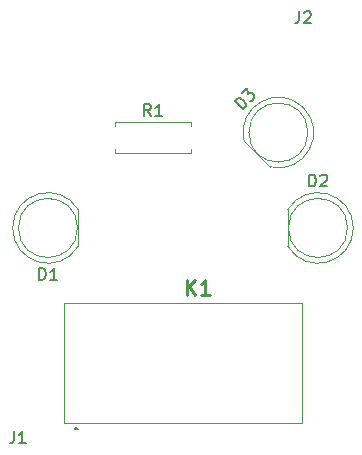
<source format=gto>
G04 #@! TF.GenerationSoftware,KiCad,Pcbnew,5.1.10*
G04 #@! TF.CreationDate,2021-05-04T21:09:51+02:00*
G04 #@! TF.ProjectId,Weichensimulator-links,57656963-6865-46e7-9369-6d756c61746f,rev?*
G04 #@! TF.SameCoordinates,Original*
G04 #@! TF.FileFunction,Legend,Top*
G04 #@! TF.FilePolarity,Positive*
%FSLAX46Y46*%
G04 Gerber Fmt 4.6, Leading zero omitted, Abs format (unit mm)*
G04 Created by KiCad (PCBNEW 5.1.10) date 2021-05-04 21:09:51*
%MOMM*%
%LPD*%
G01*
G04 APERTURE LIST*
%ADD10C,0.200000*%
%ADD11C,0.100000*%
%ADD12C,0.120000*%
%ADD13C,0.254000*%
%ADD14C,0.150000*%
%ADD15C,3.200000*%
%ADD16C,1.500000*%
%ADD17C,1.800000*%
%ADD18R,1.800000X1.800000*%
%ADD19O,1.600000X1.600000*%
%ADD20C,1.600000*%
%ADD21O,1.700000X1.700000*%
%ADD22R,1.700000X1.700000*%
G04 APERTURE END LIST*
D10*
X125630000Y-123720000D02*
X125630000Y-123720000D01*
X125730000Y-123720000D02*
X125730000Y-123720000D01*
X125630000Y-123720000D02*
X125630000Y-123720000D01*
D11*
X124530000Y-113010000D02*
X124530000Y-123210000D01*
X144730000Y-113010000D02*
X124530000Y-113010000D01*
X144730000Y-123210000D02*
X144730000Y-113010000D01*
X124530000Y-123210000D02*
X144730000Y-123210000D01*
D10*
X125530000Y-123720000D02*
G75*
G02*
X125630000Y-123720000I50000J0D01*
G01*
X125430000Y-123720000D02*
G75*
G02*
X125730000Y-123720000I150000J0D01*
G01*
X125530000Y-123720000D02*
G75*
G02*
X125630000Y-123720000I50000J0D01*
G01*
D12*
X125750000Y-108225000D02*
X125750000Y-105135000D01*
X125690000Y-106680000D02*
G75*
G03*
X125690000Y-106680000I-2500000J0D01*
G01*
X120200000Y-106680462D02*
G75*
G02*
X125750000Y-105135170I2990000J462D01*
G01*
X120200000Y-106679538D02*
G75*
G03*
X125750000Y-108224830I2990000J-462D01*
G01*
X148550000Y-106680000D02*
G75*
G03*
X148550000Y-106680000I-2500000J0D01*
G01*
X143490000Y-105135000D02*
X143490000Y-108225000D01*
X149040000Y-106680462D02*
G75*
G03*
X143490000Y-105135170I-2990000J462D01*
G01*
X149040000Y-106679538D02*
G75*
G02*
X143490000Y-108224830I-2990000J-462D01*
G01*
X139795352Y-99319688D02*
X141980312Y-101504648D01*
X145198026Y-98601974D02*
G75*
G03*
X145198026Y-98601974I-2500000J0D01*
G01*
X144811950Y-96487398D02*
G75*
G02*
X141980192Y-101504528I-2113924J-2114576D01*
G01*
X144812602Y-96488050D02*
G75*
G03*
X139795472Y-99319808I-2114576J-2113924D01*
G01*
X135290000Y-100370000D02*
X135290000Y-100040000D01*
X128870000Y-100370000D02*
X135290000Y-100370000D01*
X128870000Y-100040000D02*
X128870000Y-100370000D01*
X135290000Y-97750000D02*
X135290000Y-98080000D01*
X128870000Y-97750000D02*
X135290000Y-97750000D01*
X128870000Y-98080000D02*
X128870000Y-97750000D01*
D13*
X134952619Y-112334523D02*
X134952619Y-111064523D01*
X135678333Y-112334523D02*
X135134047Y-111608809D01*
X135678333Y-111064523D02*
X134952619Y-111790238D01*
X136887857Y-112334523D02*
X136162142Y-112334523D01*
X136525000Y-112334523D02*
X136525000Y-111064523D01*
X136404047Y-111245952D01*
X136283095Y-111366904D01*
X136162142Y-111427380D01*
D14*
X122451904Y-111092380D02*
X122451904Y-110092380D01*
X122690000Y-110092380D01*
X122832857Y-110140000D01*
X122928095Y-110235238D01*
X122975714Y-110330476D01*
X123023333Y-110520952D01*
X123023333Y-110663809D01*
X122975714Y-110854285D01*
X122928095Y-110949523D01*
X122832857Y-111044761D01*
X122690000Y-111092380D01*
X122451904Y-111092380D01*
X123975714Y-111092380D02*
X123404285Y-111092380D01*
X123690000Y-111092380D02*
X123690000Y-110092380D01*
X123594761Y-110235238D01*
X123499523Y-110330476D01*
X123404285Y-110378095D01*
X145311904Y-103172380D02*
X145311904Y-102172380D01*
X145550000Y-102172380D01*
X145692857Y-102220000D01*
X145788095Y-102315238D01*
X145835714Y-102410476D01*
X145883333Y-102600952D01*
X145883333Y-102743809D01*
X145835714Y-102934285D01*
X145788095Y-103029523D01*
X145692857Y-103124761D01*
X145550000Y-103172380D01*
X145311904Y-103172380D01*
X146264285Y-102267619D02*
X146311904Y-102220000D01*
X146407142Y-102172380D01*
X146645238Y-102172380D01*
X146740476Y-102220000D01*
X146788095Y-102267619D01*
X146835714Y-102362857D01*
X146835714Y-102458095D01*
X146788095Y-102600952D01*
X146216666Y-103172380D01*
X146835714Y-103172380D01*
X139695852Y-96643625D02*
X138988745Y-95936519D01*
X139157104Y-95768160D01*
X139291791Y-95700816D01*
X139426478Y-95700816D01*
X139527493Y-95734488D01*
X139695852Y-95835503D01*
X139796867Y-95936519D01*
X139897883Y-96104877D01*
X139931554Y-96205893D01*
X139931554Y-96340580D01*
X139864211Y-96475267D01*
X139695852Y-96643625D01*
X139628508Y-95296755D02*
X140066241Y-94859022D01*
X140099913Y-95364099D01*
X140200928Y-95263083D01*
X140301944Y-95229412D01*
X140369287Y-95229412D01*
X140470302Y-95263083D01*
X140638661Y-95431442D01*
X140672333Y-95532457D01*
X140672333Y-95599801D01*
X140638661Y-95700816D01*
X140436631Y-95902847D01*
X140335615Y-95936519D01*
X140268272Y-95936519D01*
X131913333Y-97202380D02*
X131580000Y-96726190D01*
X131341904Y-97202380D02*
X131341904Y-96202380D01*
X131722857Y-96202380D01*
X131818095Y-96250000D01*
X131865714Y-96297619D01*
X131913333Y-96392857D01*
X131913333Y-96535714D01*
X131865714Y-96630952D01*
X131818095Y-96678571D01*
X131722857Y-96726190D01*
X131341904Y-96726190D01*
X132865714Y-97202380D02*
X132294285Y-97202380D01*
X132580000Y-97202380D02*
X132580000Y-96202380D01*
X132484761Y-96345238D01*
X132389523Y-96440476D01*
X132294285Y-96488095D01*
X120316666Y-123912380D02*
X120316666Y-124626666D01*
X120269047Y-124769523D01*
X120173809Y-124864761D01*
X120030952Y-124912380D01*
X119935714Y-124912380D01*
X121316666Y-124912380D02*
X120745238Y-124912380D01*
X121030952Y-124912380D02*
X121030952Y-123912380D01*
X120935714Y-124055238D01*
X120840476Y-124150476D01*
X120745238Y-124198095D01*
X144446666Y-88352380D02*
X144446666Y-89066666D01*
X144399047Y-89209523D01*
X144303809Y-89304761D01*
X144160952Y-89352380D01*
X144065714Y-89352380D01*
X144875238Y-88447619D02*
X144922857Y-88400000D01*
X145018095Y-88352380D01*
X145256190Y-88352380D01*
X145351428Y-88400000D01*
X145399047Y-88447619D01*
X145446666Y-88542857D01*
X145446666Y-88638095D01*
X145399047Y-88780952D01*
X144827619Y-89352380D01*
X145446666Y-89352380D01*
%LPC*%
D15*
X123190000Y-97790000D03*
D16*
X125730000Y-121920000D03*
X128270000Y-121920000D03*
X133350000Y-121920000D03*
X138430000Y-121920000D03*
X143510000Y-121920000D03*
X143510000Y-114300000D03*
X138430000Y-114300000D03*
X133350000Y-114300000D03*
X128270000Y-114300000D03*
X125730000Y-114300000D03*
D17*
X121920000Y-106680000D03*
D18*
X124460000Y-106680000D03*
X144780000Y-106680000D03*
D17*
X147320000Y-106680000D03*
X143596051Y-97703949D03*
D11*
G36*
X141800000Y-100772792D02*
G01*
X140527208Y-99500000D01*
X141800000Y-98227208D01*
X143072792Y-99500000D01*
X141800000Y-100772792D01*
G37*
D19*
X135890000Y-99060000D03*
D20*
X128270000Y-99060000D03*
D21*
X116840000Y-121920000D03*
D22*
X119380000Y-121920000D03*
X139700000Y-88900000D03*
D21*
X139700000Y-91440000D03*
X142240000Y-91440000D03*
D22*
X142240000Y-88900000D03*
D15*
X149860000Y-121920000D03*
M02*

</source>
